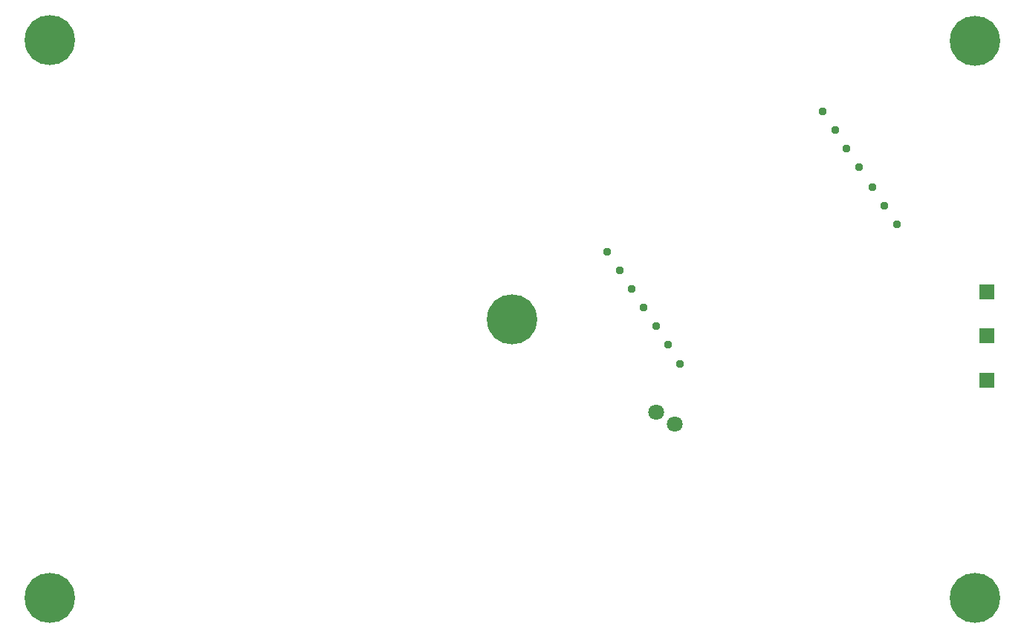
<source format=gbr>
%TF.GenerationSoftware,KiCad,Pcbnew,9.0.3*%
%TF.CreationDate,2025-08-06T11:21:27-04:00*%
%TF.ProjectId,rv_light,72765f6c-6967-4687-942e-6b696361645f,rev?*%
%TF.SameCoordinates,Original*%
%TF.FileFunction,Soldermask,Bot*%
%TF.FilePolarity,Negative*%
%FSLAX46Y46*%
G04 Gerber Fmt 4.6, Leading zero omitted, Abs format (unit mm)*
G04 Created by KiCad (PCBNEW 9.0.3) date 2025-08-06 11:21:27*
%MOMM*%
%LPD*%
G01*
G04 APERTURE LIST*
%ADD10R,1.700000X1.700000*%
%ADD11C,0.939800*%
%ADD12C,5.715000*%
%ADD13C,1.803400*%
G04 APERTURE END LIST*
D10*
%TO.C,J5*%
X55400000Y31035000D03*
%TD*%
%TO.C,J4*%
X55400000Y26095000D03*
%TD*%
%TO.C,J3*%
X55400000Y20955000D03*
%TD*%
D11*
%TO.C,TP9*%
X45085000Y38735000D03*
%TD*%
D12*
%TO.C,H3*%
X53972221Y-3809637D03*
%TD*%
%TO.C,H2*%
X53971113Y59698784D03*
%TD*%
D13*
%TO.C,J2*%
X17657958Y17347995D03*
X19812000Y16002000D03*
%TD*%
D11*
%TO.C,TP12*%
X39370000Y47396400D03*
%TD*%
D12*
%TO.C,H1*%
X1266105Y27948781D03*
%TD*%
D11*
%TO.C,TP1*%
X12133810Y35658282D03*
%TD*%
D12*
%TO.C,H4*%
X-51438898Y-3801227D03*
%TD*%
D11*
%TO.C,TP3*%
X17667336Y27137396D03*
%TD*%
D12*
%TO.C,H5*%
X-51419685Y59727331D03*
%TD*%
D11*
%TO.C,TP8*%
X43711202Y40850464D03*
%TD*%
%TO.C,TP4*%
X19050720Y25007164D03*
%TD*%
%TO.C,TP7*%
X42337405Y42965925D03*
%TD*%
%TO.C,TP2*%
X16283958Y29267615D03*
%TD*%
%TO.C,TP6*%
X40815685Y45309172D03*
%TD*%
%TO.C,TP5*%
X20434109Y22876942D03*
%TD*%
%TO.C,TP14*%
X38049200Y49530000D03*
%TD*%
%TO.C,TP11*%
X13517191Y33528060D03*
%TD*%
%TO.C,TP10*%
X14900577Y31397847D03*
%TD*%
%TO.C,TP13*%
X36677600Y51663600D03*
%TD*%
M02*

</source>
